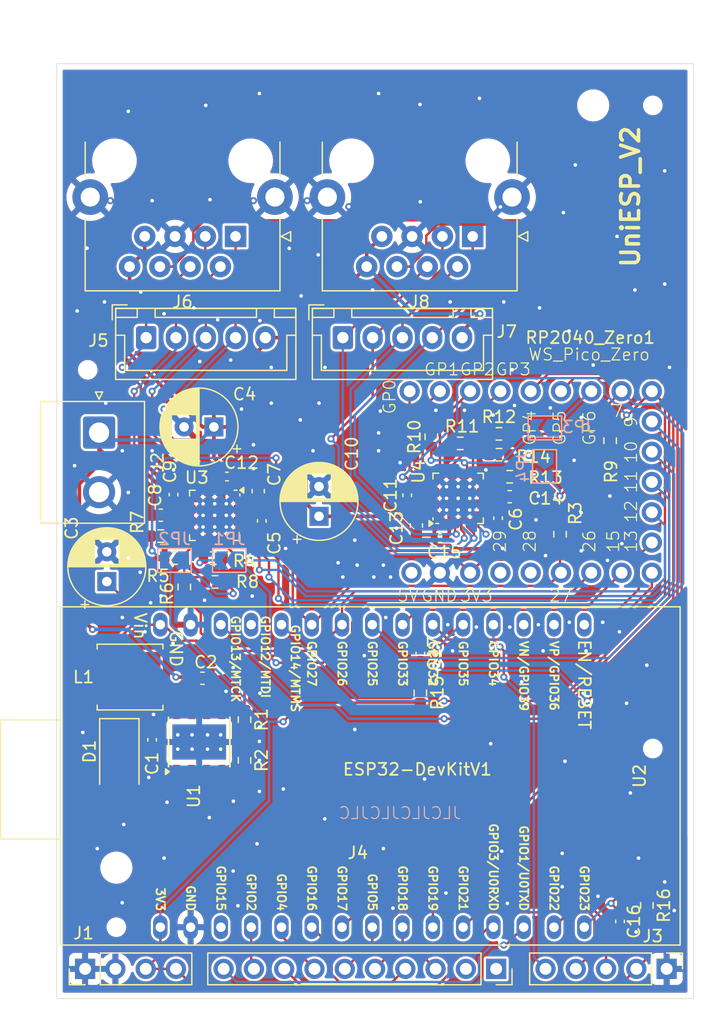
<source format=kicad_pcb>
(kicad_pcb (version 20240108) (generator "pcbnew") (generator_version "8.0")
  (layers (0 "F.Cu" signal) (31 "B.Cu" signal) (34 "B.Paste" user) (35 "F.Paste" user) (36 "B.SilkS" user "B.Silkscreen") (37 "F.SilkS" user "F.Silkscreen") (38 "B.Mask" user) (39 "F.Mask" user) (44 "Edge.Cuts" user))
  (net 0 "")
  (net 1 "+12V")
  (net 2 "GND")
  (net 3 "+5V")
  (net 4 "Net-(J3-Pin_3)")
  (net 5 "Net-(J4-Pin_8)")
  (net 6 "Net-(J3-Pin_5)")
  (net 9 "Net-(D1-K)")
  (net 10 "Net-(U1-BOOT)")
  (net 11 "Net-(U4-CPH)")
  (net 12 "Net-(U4-CPL)")
  (net 13 "Net-(U4-VCP)")
  (net 14 "Net-(JP3-A)")
  (net 15 "+3V3")
  (net 16 "Net-(U4-DVDD)")
  (net 17 "Net-(U3-CPH)")
  (net 18 "Net-(U3-CPL)")
  (net 19 "Net-(U3-VCP)")
  (net 20 "Net-(U3-DVDD)")
  (net 21 "Net-(J4-Pin_9)")
  (net 22 "Net-(J4-Pin_10)")
  (net 25 "Net-(JP1-A)")
  (net 26 "Net-(J3-Pin_4)")
  (net 27 "Net-(JP4-A)")
  (net 28 "Net-(J4-Pin_7)")
  (net 29 "Net-(U3-FAULT)")
  (net 30 "Net-(RP2040_Zero1-GP9)")
  (net 31 "Net-(RP2040_Zero1-GP0)")
  (net 32 "Net-(RP2040_Zero1-GP10)")
  (net 33 "Net-(RP2040_Zero1-GP12)")
  (net 34 "Net-(RP2040_Zero1-GP11)")
  (net 35 "Net-(RP2040_Zero1-GP1)")
  (net 36 "Net-(RP2040_Zero1-GP2)")
  (net 37 "Net-(RP2040_Zero1-GP3)")
  (net 38 "Net-(J4-Pin_6)")
  (net 39 "Net-(J4-Pin_4)")
  (net 42 "Net-(JP2-A)")
  (net 43 "Net-(J5-Pin_1)")
  (net 45 "Net-(J4-Pin_5)")
  (net 46 "Net-(J5-Pin_3)")
  (net 47 "Net-(J5-Pin_4)")
  (net 48 "Net-(J4-Pin_3)")
  (net 49 "Net-(J5-Pin_2)")
  (net 50 "Net-(J7-Pin_1)")
  (net 51 "Net-(J7-Pin_3)")
  (net 52 "Net-(J7-Pin_2)")
  (net 53 "Net-(J7-Pin_4)")
  (net 54 "Net-(JP1-B)")
  (net 55 "Net-(JP3-B)")
  (net 56 "Net-(U1-VSENSE)")
  (net 57 "Net-(U3-VREF12)")
  (net 58 "Net-(U4-VREF12)")
  (net 59 "Net-(U4-FAULT)")
  (net 68 "Net-(RP2040_Zero1-GP27)")
  (net 69 "Net-(RP2040_Zero1-GP26)")
  (net 70 "Net-(RP2040_Zero1-GP8)")
  (net 71 "Net-(RP2040_Zero1-GP7)")
  (net 72 "Net-(RP2040_Zero1-GP4)")
  (net 73 "Net-(RP2040_Zero1-GP14)")
  (net 74 "Net-(RP2040_Zero1-GP5)")
  (net 75 "Net-(RP2040_Zero1-GP13)")
  (net 78 "PEC2")
  (net 79 "PEC1")
  (footprint "Inductor_SMD:L_Changjiang_FNR5040S" (layer "F.Cu") (at 76.15 83 180)
    (property "Reference" "L1")
    (property "Value" "15uH")
  )
  (footprint "Capacitor_SMD:C_0402_1005Metric" (layer "F.Cu") (at 84.28 66.16 180)
    (property "Reference" "C12")
    (property "Value" "0.01uF")
  )
  (footprint "Capacitor_SMD:C_0402_1005Metric" (layer "F.Cu") (at 78 88.27 -90)
    (property "Reference" "C1")
    (property "Value" "0.01uF")
  )
  (footprint "Custom:JLCPCB_MountingHole" (layer "F.Cu") (at 75 104)
    (property "Reference" "H1" (hide yes))
    (property "Value" "MountingHole")
  )
  (footprint "MountingHole:MountingHole_2.2mm_M2" (layer "F.Cu") (at 75 99)
    (property "Reference" "H4" (hide yes))
    (property "Value" "MountingHole")
  )
  (footprint "Capacitor_THT:CP_Radial_D6.3mm_P2.50mm" (layer "F.Cu") (at 74.2 74.98238 90)
    (property "Reference" "C3")
    (property "Value" "220uF")
  )
  (footprint "Connector_JST:JST_NV_B02P-NV_1x02_P5.00mm_Vertical" (layer "F.Cu") (at 73.55 62.4725 -90)
    (property "Reference" "J2")
    (property "Value" "12V Input")
  )
  (footprint "Connector_PinHeader_2.54mm:PinHeader_1x05_P2.54mm_Vertical" (layer "F.Cu") (at 121.16 107.5 -90)
    (property "Reference" "J3")
    (property "Value" "RTC conn")
  )
  (footprint "Custom:JLCPCB_MountingHole" (layer "F.Cu") (at 120 89)
    (property "Reference" "H6" (hide yes))
    (property "Value" "MountingHole")
  )
  (footprint "Resistor_SMD:R_0603_1608Metric" (layer "F.Cu") (at 107.095 64.33)
    (property "Reference" "R14")
    (property "Value" "27k")
  )
  (footprint "Resistor_SMD:R_0603_1608Metric" (layer "F.Cu") (at 80.7 75.435 -90)
    (property "Reference" "R6")
    (property "Value" "4.7k")
  )
  (footprint "Capacitor_SMD:C_0603_1608Metric" (layer "F.Cu") (at 107.995 67.855 180)
    (property "Reference" "C14")
    (property "Value" "0.47uF")
  )
  (footprint "Connector_RJ:RJ45_HALO_HFJ11-x2450HRL_Horizontal" (layer "F.Cu") (at 104.89 46 180)
    (property "Reference" "J8")
    (property "Value" "M1_out")
  )
  (footprint "Resistor_SMD:R_0603_1608Metric" (layer "F.Cu") (at 101.42 62.825 -90)
    (property "Reference" "R10")
    (property "Value" "330k")
  )
  (footprint "Resistor_SMD:R_0603_1608Metric" (layer "F.Cu") (at 79.875 73.01)
    (property "Reference" "R5")
    (property "Value" "3k")
  )
  (footprint "Resistor_SMD:R_0603_1608Metric" (layer "F.Cu") (at 83.275 75.01)
    (property "Reference" "R8")
    (property "Value" "27k")
  )
  (footprint "Capacitor_SMD:C_0402_1005Metric" (layer "F.Cu") (at 87.2 69.89 90)
    (property "Reference" "C5")
    (property "Value" "0.022uF")
  )
  (footprint "Resistor_SMD:R_0603_1608Metric" (layer "F.Cu") (at 85.75 86.575 -90)
    (property "Reference" "R1")
    (property "Value" "10k")
  )
  (footprint "Capacitor_SMD:C_0603_1608Metric" (layer "F.Cu") (at 86.9 67.385 90)
    (property "Reference" "C7")
    (property "Value" "0.22uF")
  )
  (footprint "Capacitor_SMD:C_0603_1608Metric" (layer "F.Cu") (at 78.725 69.41 180)
    (property "Reference" "C8")
    (property "Value" "0.47uF")
  )
  (footprint "Connector_PinSocket_2.54mm:PinSocket_1x10_P2.54mm_Vertical" (layer "F.Cu") (at 106.86 107.5 -90)
    (property "Reference" "J4")
    (property "Value" "Extra conn")
  )
  (footprint "Resistor_SMD:R_0603_1608Metric" (layer "F.Cu") (at 85.75 89.99 -90)
    (property "Reference" "R2")
    (property "Value" "3.3k")
  )
  (footprint "Connector_PinHeader_2.54mm:PinHeader_1x04_P2.54mm_Vertical" (layer "F.Cu") (at 72.38 107.5 90)
    (property "Reference" "J1")
    (property "Value" "Power Conn")
  )
  (footprint "Resistor_SMD:R_0603_1608Metric" (layer "F.Cu") (at 83.125 73.01 180)
    (property "Reference" "R4")
    (property "Value" "330k")
  )
  (footprint "Capacitor_SMD:C_0402_1005Metric" (layer "F.Cu") (at 79.8 67.68 90)
    (property "Reference" "C9")
    (property "Value" "0.01uF")
  )
  (footprint "Capacitor_THT:CP_Radial_D6.3mm_P2.50mm" (layer "F.Cu") (at 92 69.5 90)
    (property "Reference" "C10")
    (property "Value" "100uF")
  )
  (footprint "MountingHole:MountingHole_2.2mm_M2" (layer "F.Cu") (at 115 35)
    (property "Reference" "H5" (hide yes))
    (property "Value" "MountingHole")
  )
  (footprint "Resistor_SMD:R_0603_1608Metric" (layer "F.Cu") (at 119.5 102.175 -90)
    (property "Reference" "R16")
    (property "Value" "47k")
  )
  (footprint "Resistor_SMD:R_0603_1608Metric" (layer "F.Cu") (at 78.725 71.16 180)
    (property "Reference" "R7")
    (property "Value" "10k")
  )
  (footprint "Connector_JST:JST_XH_B5B-XH-A_1x05_P2.50mm_Vertical" (layer "F.Cu") (at 77.5 54.5)
    (property "Reference" "J5")
    (property "Value" "Motor2_Output")
  )
  (footprint "Capacitor_SMD:C_0603_1608Metric" (layer "F.Cu") (at 82.225 83.1)
    (property "Reference" "C2")
    (property "Value" "10uF")
  )
  (footprint "Resistor_SMD:R_0603_1608Metric" (layer "F.Cu") (at 116.42 63.155 -90)
    (property "Reference" "R9")
    (property "Value" "47k")
  )
  (footprint "Capacitor_THT:CP_Radial_D6.3mm_P2.50mm" (layer "F.Cu") (at 83.18238 62 180)
    (property "Reference" "C4")
    (property "Value" "100uF")
  )
  (footprint "Resistor_SMD:R_0603_1608Metric" (layer "F.Cu") (at 107.995 66.18)
    (property "Reference" "R13")
    (property "Value" "10k")
  )
  (footprint "WaveShare_pico:WS_Pico_Zero_header" (layer "F.Cu") (at 109.76 66.62 90)
    (property "Reference" "RP2040_Zero1")
    (property "Value" "~")
  )
  (footprint "Capacitor_SMD:C_0402_1005Metric" (layer "F.Cu") (at 117.25 103.52 -90)
    (property "Reference" "C16")
    (property "Value" "0.01uF")
  )
  (footprint "Custom:JLCPCB_MountingHole" (layer "F.Cu") (at 72.6 57.2)
    (property "Reference" "H2" (hide yes))
    (property "Value" "MountingHole")
  )
  (footprint "Connector_RJ:RJ45_HALO_HFJ11-x2450HRL_Horizontal" (layer "F.Cu") (at 85 46 180)
    (property "Reference" "J6")
    (property "Value" "M2_out")
  )
  (footprint "Resistor_SMD:R_0603_1608Metric" (layer "F.Cu") (at 112.22 71.005 90)
    (property "Reference" "R3")
    (property "Value" "47k")
  )
  (footprint "Resistor_SMD:R_0603_1608Metric" (layer "F.Cu") (at 100.5 84.325 -90)
    (property "Reference" "R15")
    (property "Value" "47k")
  )
  (footprint "Capacitor_SMD:C_0402_1005Metric" (layer "F.Cu") (at 100.5 81.02 -90)
    (property "Reference" "C17")
    (property "Value" "0.01uF")
  )
  (footprint "Custom:ESP32-DevKitV1" (layer "F.Cu") (at 116.79 78.6 -90)
    (property "Reference" "U2")
    (property "Value" "ESP32-DevKitV1")
  )
  (footprint "Connector_JST:JST_XH_B5B-XH-A_1x05_P2.50mm_Vertical" (layer "F.Cu") (at 94 54.5)
    (property "Reference" "J7")
    (property "Value" "Motor1_Output")
  )
  (footprint "Capacitor_SMD:C_0402_1005Metric" (layer "F.Cu") (at 102.15 71.33)
    (property "Reference" "C15")
    (property "Value" "0.01uF")
  )
  (footprint "Capacitor_SMD:C_0402_1005Metric" (layer "F.Cu") (at 99.4 67.735 -90)
    (property "Reference" "C11")
    (property "Value" "0.022uF")
  )
  (footprint "Capacitor_SMD:C_0402_1005Metric" (layer "F.Cu") (at 107.02 69.66 -90)
    (property "Reference" "C6")
    (property "Value" "0.01uF")
  )
  (footprint "Custom:JLCPCB_MountingHole" (layer "F.Cu") (at 120 35)
    (property "Reference" "H3" (hide yes))
    (property "Value" "MountingHole")
  )
  (footprint "Resistor_SMD:R_0603_1608Metric" (layer "F.Cu") (at 103.845 63.38)
    (property "Reference" "R11")
    (property "Value" "3k")
  )
  (footprint "Capacitor_SMD:C_0603_1608Metric" (layer "F.Cu") (at 100.17 70.275 -90)
    (property "Reference" "C13")
    (property "Value" "0.22uF")
  )
  (footprint "Resistor_SMD:R_0603_1608Metric" (layer "F.Cu") (at 107.095 62.58)
    (property "Reference" "R12")
    (property "Value" "4.7k")
  )
  (footprint "Diode_SMD:D_SMA" (layer "F.Cu") (at 75.25 90 -90)
    (property "Reference" "D1")
    (property "Value" "D")
  )
  (footprint "Custom:VQFN-24-1EP_4x4mm_P0.5mm_EP2.45x2.45mm_BIGThermalVias" (layer "F.Cu") (at 103.67 67.9925 90)
    (property "Reference" "U4")
    (property "Value" "DRV8932")
  )
  (footprint "Package_SO:TI_SO-PowerPAD-8_ThermalVias" (layer "F.Cu") (at 81.95 88.45 90)
    (property "Reference" "U1")
    (property "Value" "TPS5430DDA")
  )
  (footprint "Custom:VQFN-24-1EP_4x4mm_P0.5mm_EP2.45x2.45mm_BIGThermalVias" (layer "F.Cu") (at 83.25 69.4225 -90)
    (property "Reference" "U3")
    (property "Value" "DRV8932")
  )
  (footprint "Jumper:SolderJumper-2_P1.3mm_Open_TrianglePad1.0x1.5mm" (layer "B.Cu") (at 110.945 62.08 180)
    (property "Reference" "JP3")
    (property "Value" "M1_Toff_MCU")
  )
  (footprint "Jumper:SolderJumper-2_P1.3mm_Open_TrianglePad1.0x1.5mm" (layer "B.Cu") (at 84.475 73.2 180)
    (property "Reference" "JP1")
    (property "Value" "M2_Toff_MCU")
  )
  (footprint "Jumper:SolderJumper-2_P1.3mm_Open_TrianglePad1.0x1.5mm" (layer "B.Cu") (at 110.92 65.305 -90)
    (property "Reference" "JP4")
    (property "Value" "M1_Vref_5V")
  )
  (footprint "Jumper:SolderJumper-2_P1.3mm_Open_TrianglePad1.0x1.5mm" (layer "B.Cu") (at 79.875 73.2 180)
    (property "Reference" "JP2")
    (property "Value" "M2_Vref_5V")
  )
  (gr_line (start 123.4 110) (end 70 110) (stroke (width 0.05)) (layer "Edge.Cuts"))
  (gr_line (start 123.4 31.5) (end 123.4 110) (stroke (width 0.05)) (layer "Edge.Cuts"))
  (gr_line (start 70 31.5) (end 123.4 31.5) (stroke (width 0.05)) (layer "Edge.Cuts"))
  (gr_line (start 70 110) (end 70 31.5) (stroke (width 0.05)) (layer "Edge.Cuts"))
  (gr_text "JLCJLCJLCJLC" (at 104 95 0) (layer "B.SilkS") (effects (font (size 1 1) (thickness 0.1)) (justify left bottom mirror)))
  (gr_text "UniESP_V2" (at 119 48.75 90) (layer "F.SilkS") (effects (font (size 1.5 1.5) (thickness 0.3) (bold yes)) (justify left bottom)))
  (segment (start 100.17 71.05) (end 98.62 69.5) (width 0.3) (layer "F.Cu") (net 1))
  (segment (start 74.477501 64.75) (end 76.39 64.75) (width 0.3) (layer "F.Cu") (net 1))
  (segment (start 80 83) (end 81.35 83) (width 0.3) (layer "F.Cu") (net 1))
  (segment (start 90.9 68.4) (end 92 69.5) (width 0.3) (layer "F.Cu") (net 1))
  (segment (start 84.76 67.175) (end 84.5 67.435) (width 0.3) (layer "F.Cu") (net 1))
  (segment (start 82.5 62) (end 83.18238 62) (width 0.3) (layer "F.Cu") (net 1))
  (segment (start 79.8 68.16) (end 80.3125 68.6725) (width 0.3) (layer "F.Cu") (net 1))
  (segment (start 77.38 46) (end 77.38 47.27) (width 0.3) (layer "F.Cu") (net 1))
  (segment (start 101.67 70.73) (end 102.42 69.98) (width 0.3) (layer "F.Cu") (net 1))
  (segment (start 86.9 66.61) (end 85.21 66.61) (width 0.3) (layer "F.Cu") (net 1))
  (segment (start 77.38 47.27) (end 76.11 48.54) (width 0.3) (layer "F.Cu") (net 1))
  (segment (start 76.11 48.54) (end 76.11 55.871985) (width 0.3) (layer "F.Cu") (net 1))
  (segment (start 82.238015 62) (end 83.18238 62) (width 0.3) (layer "F.Cu") (net 1))
  (segment (start 101.39 71.05) (end 101.67 71.33) (width 0.3) (layer "F.Cu") (net 1))
  (segment (start 96 48.54) (end 96 47.27) (width 0.3) (layer "F.Cu") (net 1))
  (segment (start 71.9 66.789047) (end 71.9 77.9) (width 0.3) (layer "F.Cu") (net 1))
  (segment (start 101.94 71.94) (end 102.945686 71.94) (width 0.3) (layer "F.Cu") (net 1))
  (segment (start 104 54.5) (end 104 54) (width 0.3) (layer "F.Cu") (net 1))
  (segment (start 103.24 72.234315) (end 106.265685 72.234315) (width 0.3) (layer "F.Cu") (net 1))
  (segment (start 87.5 54.5) (end 90.04 54.5) (width 0.3) (layer "F.Cu") (net 1))
  (segment (start 76.39 64.75) (end 79.8 68.16) (width 0.3) (layer "F.Cu") (net 1))
  (segment (start 107.63 69.79) (end 107.02 69.18) (width 0.3) (layer "F.Cu") (net 1))
  (segment (start 81.35 83) (end 81.45 83.1) (width 0.3) (layer "F.Cu") (net 1))
  (segment (start 73.55 62.4725) (end 73.55 63.822499) (width 0.3) (layer "F.Cu") (net 1))
  (segment (start 107.02 69.18) (end 106.5825 68.7425) (width 0.3) (layer "F.Cu") (net 1))
  (segment (start 84.76 66.16) (end 84.76 67.175) (width 0.3) (layer "F.Cu") (net 1))
  (segment (start 102.945686 71.94) (end 103.24 72.234315) (width 0.3) (layer "F.Cu") (net 1))
  (segment (start 107.63 70.87) (end 107.63 69.79) (width 0.3) (layer "F.Cu") (net 1))
  (segment (start 100.17 71.05) (end 101.39 71.05) (width 0.3) (layer "F.Cu") (net 1))
  (segment (start 86.648529 62) (end 90.9 66.251471) (width 0.3) (layer "F.Cu") (net 1))
  (segment (start 73.55 63.822499) (end 74.477501 64.75) (width 0.3) (layer "F.Cu") (net 1))
  (segment (start 96 47.27) (end 97.27 46) (width 0.3) (layer "F.Cu") (net 1))
  (segment (start 90.9 66.251471) (end 90.9 68.4) (width 0.3) (layer "F.Cu") (net 1))
  (segment (start 106.5825 68.7425) (end 105.6575 68.7425) (width 0.3) (layer "F.Cu") (net 1))
  (segment (start 83.18238 64.58238) (end 84.76 66.16) (width 0.3) (layer "F.Cu") (net 1))
  (segment (start 81.45 85.615) (end 81.315 85.75) (width 0.3) (layer "F.Cu") (net 1))
  (segment (start 106.265685 72.234315) (end 107.63 70.87) (width 0.3) (layer "F.Cu") (net 1))
  (segment (start 83.18238 62) (end 86.648529 62) (width 0.3) (layer "F.Cu") (net 1))
  (segment (start 71.9 77.9) (end 72.25 78.25) (width 0.3) (layer "F.Cu") (net 1))
  (segment (start 101.67 71.67) (end 101.94 71.94) (width 0.3) (layer "F.Cu") (net 1))
  (segment (start 73.55 65.139047) (end 71.9 66.789047) (width 0.3) (layer "F.Cu") (net 1))
  (segment (start 87.5 55) (end 83.18238 59.31762) (width 0.3) (layer "F.Cu") (net 1))
  (segment (start 101.67 71.33) (end 101.67 70.73) (width 0.3) (layer "F.Cu") (net 1))
  (segment (start 83.18238 62) (end 83.18238 64.58238) (width 0.3) (layer "F.Cu") (net 1))
  (segment (start 72.125 78.125) (end 73 79) (width 0.3) (layer "F.Cu") (net 1))
  (segment (start 92 69.5) (end 98.62 69.5) (width 0.3) (layer "F.Cu") (net 1))
  (segment (start 73.55 62.4725) (end 73.55 65.139047) (width 0.3) (layer "F.Cu") (net 1))
  (segment (start 87.5 54.5) (end 87.5 55) (width 0.3) (layer "F.Cu") (net 1))
  (segment (start 85.21 66.61) (end 84.76 66.16) (width 0.3) (layer "F.Cu") (net 1))
  (segment (start 101.67 71.33) (end 101.67 71.67) (width 0.3) (layer "F.Cu") (net 1))
  (segment (start 104 54) (end 105.5 52.5) (width 0.3) (layer "F.Cu") (net 1))
  (segment (start 83.18238 59.31762) (end 83.18238 62) (width 0.3) (layer "F.Cu") (net 1))
  (segment (start 80.3125 68.6725) (end 81.2625 68.6725) (width 0.3) (layer "F.Cu") (net 1))
  (segment (start 81.45 83.1) (end 81.45 85.615) (width 0.3) (layer "F.Cu") (net 1))
  (segment (start 90.04 54.5) (end 96 48.54) (width 0.3) (layer "F.Cu") (net 1))
  (segment (start 76.11 55.871985) (end 82.238015 62) (width 0.3) (layer "F.Cu") (net 1))
  (via (at 80 83) (size 0.6) (drill 0.3) (layers "F.Cu" "B.Cu") (net 1))
  (via (at 73 79) (size 0.6) (drill 0.3) (layers "F.Cu" "B.Cu") (net 1))
  (via (at 105.5 52.5) (size 0.6) (drill 0.3) (layers "F.Cu" "B.Cu") (net 1))
  (segment (start 99.96 52.5) (end 96 48.54) (width 0.3) (layer "B.Cu") (net 1))
  (segment (start 73.55 62.4725) (end 74.1775 63.1) (width 0.3) (layer "B.Cu") (net 1))
  (segment (start 76 79) (end 80 83) (width 0.3) (layer "B.Cu") (net 1))
  (segment (start 82.08238 63.1) (end 83.18238 62) (width 0.3) (layer "B.Cu") (net 1))
  (segment (start 105.5 52.5) (end 99.96 52.5) (width 0.3) (layer "B.Cu") (net 1))
  (segment (start 74.1775 63.1) (end 82.08238 63.1) (width 0.3) (layer "B.Cu") (net 1))
  (segment (start 73 79) (end 76 79) (width 0.3) (layer "B.Cu") (net 1))
  (segment (start 74.92 107.5) (end 72.38 107.5) (width 0.3) (layer "F.Cu") (net 2))
  (segment (start 102.92 71.04) (end 102.92 69.98) (width 0.3) (layer "F.Cu") (net 2))
  (segment (start 106.8325 68.2425) (end 105.6575 68.2425) (width 0.3) (layer "F.Cu") (net 2))
  (segment (start 107.02 70.14) (end 106.555 70.14) (width 0.3) (layer "F.Cu") (net 2))
  (segment (start 105.6575 69.2425) (end 104.92 69.2425) (width 0.3) (layer "F.Cu") (net 2))
  (segment (start 84 67.435) (end 84 68.2225) (width 0.3) (layer "F.Cu") (net 2))
  (segment (start 82 68.1725) (end 82.275 68.4475) (width 0.3) (layer "F.Cu") (net 2))
  (segment (start 84 68.2225) (end 84.225 68.4475) (width 0.3) (layer "F.Cu") (net 2))
  (segment (start 106.555 70.14) (end 105.6575 69.2425) (width 0.3) (layer "F.Cu") (net 2))
  (segment (start 107.22 67.855) (end 106.8325 68.2425) (width 0.3) (layer "F.Cu") (net 2))
  (segment (start 102.92 69.1925) (end 102.695 68.9675) (width 0.3) (layer "F.Cu") (net 2))
  (segment (start 83.8 66.16) (end 84 66.36) (width 0.3) (layer "F.Cu") (net 2))
  (segment (start 84 66.36) (end 84 67.435) (width 0.3) (layer "F.Cu") (net 2))
  (segment (start 102.63 71.33) (end 102.92 71.04) (width 0.3) (layer "F.Cu") (net 2))
  (segment (start 105.6575 68.2425) (end 104.895 68.2425) (width 0.3) (layer "F.Cu") (net 2))
  (segment (start 81.2625 68.1725) (end 82 68.1725) (width 0.3) (layer "F.Cu") (net 2))
  (segment (start 102.92 69.98) (end 102.92 69.1925) (width 0.3) (layer "F.Cu") (net 2))
  (segment (start 80.29 67.2) (end 81.2625 68.1725) (width 0.3) (layer "F.Cu") (net 2))
  (segment (start 79.8 67.2) (end 80.29 67.2) (width 0.3) (layer "F.Cu") (net 2))
  (segment (start 104.895 68.2425) (end 104.645 67.9925) (width 0.3) (layer "F.Cu") (net 2))
  (segment (start 104.92 69.2425) (end 104.645 68.9675) (width 0.3) (layer "F.Cu") (net 2))
  (via (at 81.5 52) (size 0.6) (drill 0.3) (layers "F.Cu" "B.Cu") (net 2))
  (via (at 106.6 61) (size 0.6) (drill 0.3) (layers "F.Cu" "B.Cu") (net 2))
  (via (at 74 51.5) (size 0.6) (drill 0.3) (layers "F.Cu" "B.Cu") (net 2))
  (via (at 91 43) (size 0.6) (drill 0.3) (layers "F.Cu" "B.Cu") (net 2))
  (via (at 107.4 72.2) (size 0.6) (drill 0.3) (layers "F.Cu" "B.Cu") (net 2))
  (via (at 74.108002 60.001068) (size 0.6) (drill 0.3) (layers "F.Cu" "B.Cu") (net 2))
  (via (at 98.2 102.4) (size 0.6) (drill 0.3) (layers "F.Cu" "B.Cu") (net 2))
  (via (at 89.2 72.2) (size 0.6) (drill 0.3) (layers "F.Cu" "B.Cu") (net 2))
  (via (at 111.4 60.4) (size 0.6) (drill 0.3) (layers "F.Cu" "B.Cu") (net 2))
  (via (at 97.4 97.4) (size 0.6) (drill 0.3) (layers "F.Cu" "B.Cu") (net 2))
  (via (at 110.2 69.8) (size 0.6) (drill 0.3) (layers "F.Cu" "B.Cu") (net 2))
  (via (at 117.8 85.2) (size 0.6) (drill 0.3) (layers "F.Cu" "B.Cu") (net 2))
  (via (at 112.4 100.6) (size 0.6) (drill 0.3) (layers "F.Cu" "B.Cu") (net 2))
  (via (at 109 83.4) (size 0.6) (drill 0.3) (layers "F.Cu" "B.Cu") (net 2))
  (via (at 119.5 82) (size 0.6) (drill 0.3) (layers "F.Cu" "B.Cu") (net 2))
  (via (at 106 65.6) (size 0.6) (drill 0.3) (layers "F.Cu" "B.Cu") (net 2))
  (via (at 94 74.6) (size 0.6) (drill 0.3) (layers "F.Cu" "B.Cu") (net 2))
  (via (at 78.11912 86.13543) (size 0.6) (drill 0.3) (layers "F.Cu" "B.Cu") (net 2))
  (via (at 79 52.5) (size 0.6) (drill 0.3) (layers "F.Cu" "B.Cu") (net 2))
  (via (at 97 34) (size 0.6) (drill 0.3) (layers "F.Cu" "B.Cu") (net 2))
  (via (at 118.8 98.2) (size 0.6) (drill 0.3) (layers "F.Cu" "B.Cu") (net 2))
  (via (at 113.4 64.8) (size 0.6) (drill 0.3) (layers "F.Cu" "B.Cu") (net 2))
  (via (at 84.59154 56.383401) (size 0.6) (drill 0.3) (layers "F.Cu" "B.Cu") (net 2))
  (via (at 82.855103 42.917946) (size 0.6) (drill 0.3) (layers "F.Cu" "B.Cu") (net 2))
  (via (at 96.6 74.6) (size 0.6) (drill 0.3) (layers "F.Cu" "B.Cu") (net 2))
  (via (at 84.8 82.2) (size 0.6) (drill 0.3) (layers "F.Cu" "B.Cu") (net 2))
  (via (at 77 74.2) (size 0.6) (drill 0.3) (layers "F.Cu" "B.Cu") (net 2))
  (via (at 103 51.5) (size 0.6) (drill 0.3) (layers "F.Cu" "B.Cu") (net 2))
  (via (at 110.4 67.8) (size 0.6) (drill 0.3) (layers "F.Cu" "B.Cu") (net 2))
  (via (at 116.4 67.8) (size 0.6) (drill 0.3) (layers "F.Cu" "B.Cu") (net 2))
  (via (at 114 61.2) (size 0.6) (drill 0.3) (layers "F.Cu" "B.Cu") (net 2))
  (via (at 115.8 78.4) (size 0.6) (drill 0.3) (layers "F.Cu" "B.Cu") (net 2))
  (via (at 72.187283 87.648831) (size 0.6) (drill 0.3) (layers "F.Cu" "B.Cu") (net 2))
  (via (at 98 74.6) (size 0.6) (drill 0.3) (layers "F.Cu" "B.Cu") (net 2))
  (via (at 88 57) (size 0.6) (drill 0.3) (layers "F.Cu" "B.Cu") (net 2))
  (via (at 92 60) (size 0.6) (drill 0.3) (layers "F.Cu" "B.Cu") (net 2))
  (via (at 121.4 57) (size 0.6) (drill 0.3) (layers "F.Cu" "B.Cu") (net 2))
  (via (at 112.5 44) (size 0.6) (drill 0.3) (layers "F.Cu" "B.Cu") (net 2))
  (via (at 86.5 63.5) (size 0.6) (drill 0.3) (layers "F.Cu" "B.Cu") (net 2))
  (via (at 105.2 78.8) (size 0.6) (drill 0.3) (layers "F.Cu" "B.Cu") (net 2))
  (via (at 75.61418 95.372396) (size 0.6) (drill 0.3) (layers "F.Cu" "B.Cu") (net 2))
  (via (at 121 40.5) (size 0.6) (drill 0.3) (layers "F.Cu" "B.Cu") (net 2))
  (via (at 83.5 53) (size 0.6) (drill 0.3) (layers "F.Cu" "B.Cu") (net 2))
  (via (at 102.8 78.6) (size 0.6) (drill 0.3) (layers "F.Cu" "B.Cu") (net 2))
  (via (at 114 72.4) (size 0.6) (drill 0.3) (layers "F.Cu" "B.Cu") (net 2))
  (via (at 85.2 102.2) (size 0.6) (drill 0.3) (layers "F.Cu" "B.Cu") (net 2))
  (via (at 102.646656 101.130278) (size 0.6) (drill 0.3) (layers "F.Cu" "B.Cu") (net 2))
  (via (at 93.6 73.4) (size 0.6) (drill 0.3) (layers "F.Cu" "B.Cu") (net 2))
  (via (at 89.5 47) (size 0.6) (drill 0.3) (layers "F.Cu" "B.Cu") (net 2))
  (via (at 117.2 79.2) (size 0.6) (drill 0.3) (layers "F.Cu" "B.Cu") (net 2))
  (via (at 74.5 43) (size 0.6) (drill 0.3) (layers "F.Cu" "B.Cu") (net 2))
  (via (at 107.5 51.5) (size 0.6) (drill 0.3) (layers "F.Cu" "B.Cu") (net 2))
  (via (at 111 72.8) (size 0.6) (drill 0.3) (layers "F.Cu" "B.Cu") (net 2))
  (via (at 86.5 65.5) (size 0.6) (drill 0.3) (layers "F.Cu" "B.Cu") (net 2))
  (via (at 87 90) (size 0.6) (drill 0.3) (layers "F.Cu" "B.Cu") (net 2))
  (via (at 105.462567 34.411252) (size 0.6) (drill 0.3) (layers "F.Cu" "B.Cu") (net 2))
  (via (at 97.6 78) (size 0.6) (drill 0.3) (layers "F.Cu" "B.Cu") (net 2))
  (via (at 87 34) (size 0.6) (drill 0.3) (layers "F.Cu" "B.Cu") (net 2))
  (via (at 87 87.2) (size 0.6) (drill 0.3) (layers "F.Cu" "B.Cu") (net 2))
  (via (at 108.2 57.2) (size 0.6) (drill 0.3) (layers "F.Cu" "B.Cu") (net 2))
  (via (at 71.5 65.25) (size 0.6) (drill 0.3) (layers "F.Cu" "B.Cu") (net 2))
  (via (at 77.4 79.2) (size 0.6) (drill 0.3) (layers "F.Cu" "B.Cu") (net 2))
  (via (at 112.631625 90.066794) (size 0.6) (drill 0.3) (layers "F.Cu" "B.Cu") (net 2))
  (via (at 121 100.2) (size 0.6) (drill 0.3) (layers "F.Cu" "B.Cu") (net 2))
  (via (at 84.816355 93.424109) (size 0.6) (drill 0.3) (layers "F.Cu" "B.Cu") (net 2))
  (via (at 98.5 70.5) (size 0.6) (drill 0.3) (layers "F.Cu" "B.Cu") (net 2))
  (via (at 95.2 73.6) (size 0.6) (drill 0.3) (layers "F.Cu" "B.Cu") (net 2))
  (via (at 82.399243 76.547515) (size 0.6) (drill 0.3) (layers "F.Cu" "B.Cu") (net 2))
  (via (at 116.2 73.2) (size 0.6) (drill 0.3) (layers "F.Cu" "B.Cu") (net 2))
  (via (at 101.8 60.6) (size 0.6) (drill 0.3) (layers "F.Cu" "B.Cu") (net 2))
  (via (at 100.469507 34.919805) (size 0.6) (drill 0.3) (layers "F.Cu" "B.Cu") (net 2))
  (via (at 115.4 101.4) (size 0.6) (drill 0.3) (layers "F.Cu" "B.Cu") (net 2))
  (via (at 96.5 50.5) (size 0.6) (drill 0.3) (layers "F.Cu" "B.Cu") (net 2))
  (via (at 87.039238 53.07362) (size 0.6) (drill 0.3) (layers "F.Cu" "B.Cu") (net 2))
  (via (at 86.5 43) (size 0.6) (drill 0.3) (layers "F.Cu" "B.Cu") (net 2))
  (via (at 75.5 64) (size 0.6) (drill 0.3) (layers "F.Cu" "B.Cu") (net 2))
  (via (at 77.719025 91.423636) (size 0.6) (drill 0.3) (layers "F.Cu" "B.Cu") (net 2))
  (via (at 121.8 102.6) (size 0.6) (drill 0.3) (layers "F.Cu" "B.Cu") (net 2))
  (via (at 108 78.8) (size 0.6) (drill 0.3) (layers "F.Cu" "B.Cu") (net 2))
  (via (at 108.4 60.2) (size 0.6) (drill 0.3) (layers "F.Cu" "B.Cu") (net 2))
  (via (at 100.496447 43.092546) (size 0.6) (drill 0.3) (layers "F.Cu" "B.Cu") (net 2))
  (via (at 86.8 97) (size 0.6) (drill 0.3) (layers "F.Cu" "B.Cu") (net 2))
  (via (at 79 98.2) (size 0.6) (drill 0.3) (layers "F.Cu" "B.Cu") (net 2))
  (via (at 113.5 40) (size 0.6) (drill 0.3) (layers "F.Cu" "B.Cu") (net 2))
  (via (at 110.4 78.6) (size 0.6) (drill 0.3) (layers "F.Cu" "B.Cu") (net 2))
  (via (at 91.5 64) (size 0.6) (drill 0.3) (layers "F.Cu" "B.Cu") (net 2))
  (via (at 87 88.4) (size 0.6) (drill 0.3) (layers "F.Cu" "B.Cu") (net 2))
  (via (at 82 56.5) (size 0.6) (drill 0.3) (layers "F.Cu" "B.Cu") (net 2))
  (via (at 97 64) (size 0.6) (drill 0.3) (layers "F.Cu" "B.Cu") (net 2))
  (via (at 112.979096 53.941663) (size 0.6) (drill 0.3) (layers "F.Cu" "B.Cu") (net 2))
  (via (at 76 67.5) (size 0.6) (drill 0.3) (layers "F.Cu" "B.Cu") (net 2))
  (via (at 89 92.4) (size 0.6) (drill 0.3) (layers "F.Cu" "B.Cu") (net 2))
  (via (at 73.4 97.4) (size 0.6) (drill 0.3) (layers "F.Cu" "B.Cu") (net 2))
  (via (at 82.8 94.8) (size 0.6) (drill 0.3) (layers "F.Cu" "B.Cu") (net 2))
  (via (at 78 43) (size 0.6) (drill 0.3) (layers "F.Cu" "B.Cu") (net 2))
  (via (at 78.745355 76.185252) (size 0.6) (drill 0.3) (layers "F.Cu" "B.Cu") (net 2))
  (via (at 90.5 51) (size 0.6) (drill 0.3) (layers "F.Cu" "B.Cu") (net 2))
  (via (at 87 92.6) (size 0.6) (drill 0.3) (layers "F.Cu" "B.Cu") (net 2))
  (via (at 75.5 78) (size 0.6) (drill 0.3) (layers "F.Cu" "B.Cu") (net 2))
  (via (at 107.215502 43.524045) (size 0.6) (drill 0.3) (layers "F.Cu" "B.Cu") (net 2))
  (via (at 78 64) (size 0.6) (drill 0.3) (layers "F.Cu" "B.Cu") (net 2))
  (via (at 95 87.4) (size 0.6) (drill 0.3) (layers "F.Cu" "B.Cu") (net 2))
  (via (at 97.4 73.6) (size 0.6) (drill 0.3) (layers "F.Cu" "B.Cu") (net 2))
  (via (at 117 46) (size 0.6) (drill 0.3) (layers "F.Cu" "B.Cu") (net 2))
  (via (at 92.487733 94.90272) (size 0.6) (drill 0.3) (layers "F.Cu" "B.Cu") (net 2))
  (via (at 106.4 88.6) (size 0.6) (drill 0.3) (layers "F.Cu" "B.Cu") (net 2))
  (via (at 71.713183 52.256817) (size 0.6) (drill 0.3) (layers "F.Cu" "B.Cu") (net 2))
  (via (at 114 69.2) (size 0.6) (drill 0.3) (layers "F.Cu" "B.Cu") (net 2))
  (via (at 110.8 80.8) (size 0.6) (drill 0.3) (layers "F.Cu" "B.Cu") (net 2))
  (via (at 88 60) (size 0.6) (drill 0.3) (layers "F.Cu" "B.Cu") (net 2))
  (via (at 79.8 65.6) (size 0.6) (drill 0.3) (layers "F.Cu" "B.Cu") (net 2))
  (via (at 95 71.5) (size 0.6) (drill 0.3) (layers "F.Cu" "B.Cu") (net 2))
  (via (at 121 50) (size 0.6) (drill 0.3) (layers "F.Cu" "B.Cu") (net 2))
  (via (at 100.855023 91.55481) (size 0.6) (drill 0.3) (layers "F.Cu" "B.Cu") (net 2))
  (via (at 107.8 102) (size 0.6) (drill 0.3) (layers "F.Cu" "B.Cu") (net 2))
  (via (at 113 78.4) (size 0.6) (drill 0.3) (layers "F.Cu" "B.Cu") (net 2))
  (via (at 91.934634 47.547056) (size 0.6) (drill 0.3) (layers "F.Cu" "B.Cu") (net 2))
  (via (at 76 35.5) (size 0.6) (drill 0.3) (layers "F.Cu" "B.Cu") (net 2))
  (via (at 97.145685 60.669108) (size 0.6) (drill 0.3) (layers "F.Cu" "B.Cu") (net 2))
  (via (at 79.754289 80.168802) (size 0.6) (drill 0.3) (layers "F.Cu" "B.Cu") (net 2))
  (via (at 97 62.5) (size 0.6) (drill 0.3) (layers "F.Cu" "B.Cu") (net 2))
  (via (at 92.5 57) (size 0.6) (drill 0.3) (layers "F.Cu" "B.Cu") (net 2))
  (via (at 104.2 60.6) (size 0.6) (drill 0.3) (layers "F.Cu" "B.Cu") (net 2))
  (via (at 85.5 60.5) (size 0.6) (drill 0.3) (layers "F.Cu" "B.Cu") (net 2))
  (via (at 79.249822 93.511086) (size 0.6) (drill 0.3) (layers "F.Cu" "B.Cu") (net 2))
  (via (at 110.5 52) (size 0.6) (drill 0.3) (layers "F.Cu" "B.Cu") (net 2))
  (via (at 115 56.8) (size 0.6) (drill 0.3) (layers "F.Cu" "B.Cu") (net 2))
  (via (at 106.444307 80.591444) (size 0.6) (drill 0.3) (layers "F.Cu" "B.Cu") (net 2))
  (via (at 77.875584 76.759301) (size 0.6) (drill 0.3) (layers "F.Cu" "B.Cu") (net 2))
  (via (at 87.042968 84.361097) (size 0.6) (drill 0.3) (layers "F.Cu" "B.Cu") (net 2))
  (via (at 114.4 80.8) (size 0.6) (drill 0.3) (layers "F.Cu" "B.Cu") (net 2))
  (via (at 72.54536 46.986365) (size 0.6) (drill 0.3) (layers "F.Cu" "B.Cu") (net 2))
  (via (at 98.8 65) (size 0.6) (drill 0.3) (layers "F.Cu" "B.Cu") (net 2))
  (via (at 112.4 97.8) (size 0.6) (drill 0.3) (layers "F.Cu" "B.Cu") (net 2))
  (via (at 103.2 80.8) (size 0.6) (drill 0.3) (layers "F.Cu" "B.Cu") (net 2))
  (via (at 118.6 104.4) (size 0.6) (drill 0.3) (layers "F.Cu" "B.Cu") (net 2))
  (via (at 75.492412 101.947863) (size 0.6) (drill 0.3) (layers "F.Cu" "B.Cu") (net 2))
  (via (at 95.8 81.2) (size 0.6) (drill 0.3) (layers "F.Cu" "B.Cu") (net 2))
  (via (at 84.2 84.2) (size 0.6) (drill 0.3) (layers "F.Cu" "B.Cu") (net 2))
  (via (at 118.5 50.5) (size 0.6) (drill 0.3) (layers "F.Cu" "B.Cu") (net 2))
  (via (at 94.5 43.5) (size 0.6) (drill 0.3) (layers "F.Cu" "B.Cu") (net 2))
  (via (at 117.4 71.8) (size 0.6) (drill 0.3) (layers "F.Cu" "B.Cu") (net 2))
  (via (at 82.5 35) (size 0.6) (drill 0.3) (layers "F.Cu" "B.Cu") (net 2))
  (via (at 118.115624 92.729001) (size 0.6) (drill 0.3) (layers "F.Cu" "B.Cu") (net 2))
  (via (at 76 73) (size 0.6) (drill 0.3) (layers "F.Cu" "B.Cu") (net 2))
  (via (at 77.048319 50.672105) (size 0.6) (drill 0.3) (layers "F.Cu" "B.Cu") (net 2))
  (via (at 84.798959 99.286364) (size 0.6) (drill 0.3) (layers "F.Cu" "B.Cu") (net 2))
  (via (at 107.326023 97.616404) (size 0.6) (drill 0.3) (layers "F.Cu" "B.Cu") (net 2))
  (via (at 90.437156 61.410759) (size 0.6) (drill 0.3) (layers "F.Cu" "B.Cu") (net 2))
  (via (at 86.4 76.2) (size 0.6) (drill 0.3) (layers "F.Cu" "B.Cu") (net 2))
  (segment (start 74.3 80.7) (end 76.4 78.6) (width 0.2) (layer "F.Cu") (net 3))
  (segment (start 85.75 83.927818) (end 81.763166 79.940984) (width 0.2) (layer "F.Cu") (net 3))
  (segment (start 78.963305 78.6) (end 78.69 78.6) (width 0.2) (layer "F.Cu") (net 3))
  (segment (start 81.763166 79.940984) (end 80.304289 79.940984) (width 0.2) (layer "F.Cu") (net 3))
  (segment (start 77.81762 78.6) (end 74.2 74.98238) (width 0.2) (layer "F.Cu") (net 3))
  (segment (start 76.4 78.6) (end 78.69 78.6) (width 0.2) (layer "F.Cu") (net 3))
  (segment (start 80.304289 79.940984) (end 78.963305 78.6) (width 0.2) (layer "F.Cu") (net 3))
  (segment (start 85.75 85.75) (end 85.75 83.927818) (width 0.2) (layer "F.Cu") (net 3))
  (segment (start 78.69 78.6) (end 77.81762 78.6) (width 0.2) (layer "F.Cu") (net 3))
  (segment (start 74.3 83) (end 74.3 80.7) (width 0.2) (layer "F.Cu") (net 3))
  (segment (start 116.08 103.58) (end 116.08 107.5) (width 0.2) (layer "F.Cu") (net 4))
  (segment (start 104.09 104) (end 105.34 102.75) (width 0.2) (layer "F.Cu") (net 4))
  (segment (start 105.34 102.75) (end 111.357918 102.75) (width 0.2) (layer "F.Cu") (net 4))
  (segment (start 114.9 102.4) (end 116.08 103.58) (width 0.2) (layer "F.Cu") (net 4))
  (segment (start 111.707918 102.4) (end 114.9 102.4) (width 0.2) (layer "F.Cu") (net 4))
  (segment (start 111.357918 102.75) (end 111.707918 102.4) (width 0.2) (layer "F.Cu") (net 4))
  (segment (start 101.885635 108.95) (end 90.53 108.95) (width 0.2) (layer "F.Cu") (net 5))
  (segment (start 102.88 107.35) (end 102.88 107.955635) (width 0.2) (layer "F.Cu") (net 5))
  (segment (start 102.88 107.955635) (end 101.885635 108.95) (width 0.2) (layer "F.Cu") (net 5))
  (segment (start 106.23 104) (end 102.88 107.35) (width 0.2) (layer "F.Cu") (net 5))
  (segment (start 90.53 108.95) (end 89.08 107.5) (width 0.2) (layer "F.Cu") (net 5))
  (segment (start 106.63 104) (end 106.23 104) (width 0.2) (layer "F.Cu") (net 5))
  (segment (start 107.5 80.785306) (end 107.184356 80.469662) (width 0.2) (layer "F.Cu") (net 6))
  (segment (start 107.5 83) (end 107.5 80.785306) (width 0.2) (layer "F.Cu") (net 6))
  (via (at 107.5 83) (size 0.6) (drill 0.3) (layers "F.Cu" "B.Cu") (net 6))
  (via (at 107.184356 80.469662) (size 0.6) (drill 0.3) (layers "F.Cu" "B.Cu") (net 6))
  (segment (start 111 107.5) (end 110.02 106.52) (width 0.2) (layer "B.Cu") (net 6))
  (segment (start 110.02 85.52) (end 107.5 83) (width 0.2) (layer "B.Cu") (net 6))
  (segment (start 107.184356 80.469662) (end 106.63 79.915306) (width 0.2) (layer "B.Cu") (net 6))
  (segment (start 106.63 79.915306) (end 106.63 78.6) (width 0.2) (layer "B.Cu") (net 6))
  (segment (start 110.02 106.52) (end 110.02 85.52) (width 0.2) (layer "B.Cu") (net 6))
  (segment (start 80.04 85.75) (end 78 87.79) (width 0.2) (layer "F.Cu") (net 9))
  (segment (start 80.045 85.045) (end 80.045 85.75) (width 0.2) (layer "F.Cu") (net 9))
  (segment (start 75.25 88) (end 77.79 88) (width 0.2) (layer "F.Cu") (net 9))
  (segment (start 77.79 88) (end 78 87.79) (width 0.2) (layer "F.Cu") (net 9))
  (segment (start 78 83) (end 80.045 85.045) (width 0.2) (layer "F.Cu") (net 9))
  (segment (start 80.045 85.75) (end 80.04 85.75) (width 0.2) (layer "F.Cu") (net 9))
  (segment (start 78 89.105) (end 80.045 91.15) (width 0.2) (layer "F.Cu") (net 10))
  (segment (start 78 88.75) (end 78 89.105) (width 0.2) (layer "F.Cu") (net 10))
  (segment (start 100.6975 68.7425) (end 101.6825 68.7425) (width 0.2) (layer "F.Cu") (net 11))
  (segment (start 100.17 68.215) (end 99.4 68.215) (width 0.2) (layer "F.Cu") (net 11))
  (segment (start 100.17 68.215) (end 100.6975 68.7425) (width 0.2) (layer "F.Cu") (net 11))
  (segment (start 100.8425 68.2425) (end 99.855 67.255) (width 0.2) (layer "F.Cu") (net 12))
  (segment (start 99.855 67.255) (end 99.4 67.255) (width 0.2) (layer "F.Cu") (net 12))
  (segment (start 101.6825 68.2425) (end 100.8425 68.2425) (width 0.2) (layer "F.Cu") (net 12))
  (segment (start 101.425 69.5) (end 101.6825 69.2425) (width 0.2) (layer "F.Cu") (net 13))
  (segment (start 100.17 69.5) (end 101.425 69.5) (width 0.2) (layer "F.Cu") (net 13))
  (segment (start 114.75 59) (end 114.84 59) (width 0.2) (layer "B.Cu") (net 14))
  (segment (start 111.67 62.08) (end 114.75 59) (width 0.2) (layer "B.Cu") (net 14))
  (segment (start 90.9 72.9) (end 88.4 70.4) (width 0.2) (layer "F.Cu") (net 15))
  (segment (start 119.5 103) (end 119.5 106.62) (width 0.2) (layer "F.Cu") (net 15))
  (segment (start 80 107.5) (end 77.46 107.5) (width 0.2) (layer "F.Cu") (net 15))
  (segment (start 81.8 109.3) (end 80 107.5) (width 0.2) (layer "F.Cu") (net 15))
  (segment (start 77.9 71.16) (end 77.9 72.3) (width 0.2) (layer "F.Cu") (net 15))
  (segment (start 112.22 70.18) (end 112.2 67.8) (width 0.2) (layer "F.Cu") (net 15))
  (segment (start 88.4 70.4) (end 88.4 64.6) (width 0.2) (layer "F.Cu") (net 15))
  (segment (start 112.2 67.8) (end 110.58 66.18) (width 0.2) (layer "F.Cu") (net 15))
  (segment (start 78.69 106.27) (end 78.69 104) (width 0.2) (layer "F.Cu") (net 15))
  (segment (start 112.2 67.8) (end 112.22 67.78) (width 0.2) (layer "F.Cu") (net 15))
  (segment (start 119.5 106.62) (end 118.62 107.5) (width 0.2) (layer "F.Cu") (net 15))
  (segment (start 104.68 74.24) (end 102.84 72.4) (width 0.2) (layer "F.Cu") (net 15))
  (segment (start 77.46 107.5) (end 78.69 106.27) (width 0.2) (layer "F.Cu") (net 15))
  (segment (start 109.26 73.14) (end 112.22 70.18) (width 0.2) (layer "F.Cu") (net 15))
  (segment (start 100.5 85.15) (end 90.6 85.15) (width 0.2) (layer "F.Cu") (net 15))
  (segment (start 90.6 85.15) (end 89 86.75) (width 0.2) (layer "F.Cu") (net 15))
  (segment (start 112.22 67.78) (end 116.02 63.98) (width 0.2) (layer "F.Cu") (net 15))
  (segment (start 105.78 73.14) (end 109.26 73.14) (width 0.2) (layer "F.Cu") (net 15))
  (segment (start 118.62 107.5) (end 116.82 109.3) (width 0.2) (layer "F.Cu") (net 15))
  (segment (start 77.9 72.3) (end 78 72.4) (width 0.2) (layer "F.Cu") (net 15))
  (segment (start 92.8 72.4) (end 92.3 72.9) (width 0.2) (layer "F.Cu") (net 15))
  (segment (start 116.02 63.98) (end 116.42 63.98) (width 0.2) (layer "F.Cu") (net 15))
  (segment (start 110.58 66.18) (end 108.82 66.18) (width 0.2) (layer "F.Cu") (net 15))
  (segment (start 102.84 72.4) (end 92.8 72.4) (width 0.2) (layer "F.Cu") (net 15))
  (segment (start 104.68 74.24) (end 105.78 73.14) (width 0.2) (layer "F.Cu") (net 15))
  (segment (start 116.82 109.3) (end 81.8 109.3) (width 0.2) (layer "F.Cu") (net 15))
  (segment (start 92.3 72.9) (end 90.9 72.9) (width 0.2) (layer "F.Cu") (net 15))
  (via (at 89 86.75) (size 0.6) (drill 0.3) (layers "F.Cu" "B.Cu") (net 15))
  (via (at 112.2 67.8) (size 0.6) (drill 0.3) (layers "F.Cu" "B.Cu") (net 15))
  (via (at 88.4 64.6) (size 0.6) (drill 0.3) (layers "F.Cu" "B.Cu") (net 15))
  (via (at 78 72.4) (size 0.6) (drill 0.3) (layers "F.Cu" "B.Cu") (net 15))
  (segment (start 112.2 67.31) (end 110.92 66.03) (width 0.2) (layer "B.Cu") (net 15))
  (segment (start 87.8 86.8) (end 87.8 93.4) (width 0.2) (layer "B.Cu") (net 15))
  (segment (start 78 65.8) (end 78 72.4) (width 0.2) (layer "B.Cu") (net 15))
  (segment (start 79.2 64.6) (end 78 65.8) (width 0.2) (layer "B.Cu") (net 15))
  (segment (start 112.2 67.8) (end 112.2 67.31) (width 0.2) (layer "B.Cu") (net 15))
  (segment (start 79.54 73.94) (end 79.54 78.54) (width 0.2) (layer "B.Cu") (net 15))
  (segment (start 78.8 73.2) (end 78 72.4) (width 0.2) (layer "B.Cu") (net 15))
  (segment (start 79.15 73.2) (end 78.8 73.2) (width 0.2) (layer "B.Cu") (net 15))
  (segment (start 87.8 93.4) (end 78.69 102.51) (width 0.2) (layer "B.Cu") (net 15))
  (segment (start 78 72.4) (end 79.54 73.94) (width 0.2) (layer "B.Cu") (net 15))
  (segment (start 87.85 86.75) (end 87.8 86.8) (width 0.2) (layer "B.Cu") (net 15))
  (segment (start 78.69 102.51) (end 78.69 104) (width 0.2) (layer "B.Cu") (net 15))
  (segment (start 88.4 64.6) (end 79.2 64.6) (width 0.2) (layer "B.Cu") (net 15))
  (segment (start 79.54 78.54) (end 87.8 86.8) (width 0.2) (layer "B.Cu") (net 15))
  (segment (start 89 86.75) (end 87.85 86.75) (width 0.2) (layer "B.Cu") (net 15))
  (segment (start 108.77 67.855) (end 108.045 67.13) (width 0.2) (layer "F.Cu") (net 16))
  (segment (start 108.045 67.13) (end 106.714974 67.13) (width 0.2) (layer "F.Cu") (net 16))
  (segment (start 106.714974 67.13) (end 106.102474 67.7425) (width 0.2) (layer "F.Cu") (net 16))
  (segment (start 106.102474 67.7425) (end 105.6575 67.7425) (width 0.2) (layer "F.Cu") (net 16))
  (segment (start 86.7 69.41) (end 87.2 69.41) (width 0.2) (layer "F.Cu") (net 17))
  (segment (start 85.9625 68.6725) (end 85.2375 68.6725) (width 0.2) (layer "F.Cu") (net 17))
  (segment (start 85.9625 68.6725) (end 86.7 69.41) (width 0.2) (layer "F.Cu") (net 17))
  (segment (start 87.165026 70.37) (end 87.2 70.37) (width 0.2) (layer "F.Cu") (net 18))
  (segment (start 85.967526 69.1725) (end 87.165026 70.37) (width 0.2) (layer "F.Cu") (net 18))
  (segment (start 85.2375 69.1725) (end 85.967526 69.1725) (width 0.2) (layer "F.Cu") (net 18))
  (segment (start 86.9 68.16) (end 85.25 68.16) (width 0.2) (layer "F.Cu") (net 19))
  (segment (start 85.25 68.16) (end 85.2375 68.1725) (width 0.2) (layer "F.Cu") (net 19))
  (segment (start 79.5 69.41) (end 79.7625 69.6725) (width 0.2) (layer "F.Cu") (net 20))
  (segment (start 79.7625 69.6725) (end 81.2625 69.6725) (width 0.2) (layer "F.Cu") (net 20))
  (segment (start 86.31 107.27) (end 86.54 107.5) (width 0.2) (layer "F.Cu") (net 21))
  (segment (start 86.31 104) (end 86.31 107.27) (width 0.2) (layer "F.Cu") (net 21))
  (segment (start 107.67 105.5) (end 107.5 105.5) (width 0.2) (layer "F.Cu") (net 22))
  (segment (start 109.17 104) (end 107.67 105.5) (width 0.2) (layer "F.Cu") (net 22))
  (via (at 107.5 105.5) (size 0.6) (drill 0.3) (layers "F.Cu" "B.Cu") (net 22))
  (segment (start 107.5 105.5) (end 106.5 105.5) (width 0.2) (layer "B.Cu") (net 22))
  (segment (start 85.1 108.6) (end 84 107.5) (width 0.2) (layer "B.Cu") (net 22))
  (segment (start 106.5 105.5) (end 105.42 106.58) (width 0.2) (layer "B.Cu") (net 22))
  (segment (start 105.42 106.58) (end 105.42 107.955635) (width 0.2) (layer "B.Cu") (net 22))
  (segment (start 104.775635 108.6) (end 85.1 108.6) (width 0.2) (layer "B.Cu") (net 22))
  (segment (start 105.42 107.955635) (end 104.775635 108.6) (width 0.2) (layer "B.Cu") (net 22))
  (segment (start 94.78 79.352082) (end 92.332082 81.8) (width 0.2) (layer "F.Cu") (net 25))
  (segment (start 117.38 74.24) (end 114.62 77) (width 0.2) (layer "F.Cu") (net 25))
  (segment (start 94.78 78.42) (end 94.78 79.352082) (width 0.2) (layer "F.Cu") (net 25))
  (segment (start 114.62 77) (end 96.2 77) (width 0.2) (layer "F.Cu") (net 25))
  (segment (start 92.332082 81.8) (end 88.4 81.8) (width 0.2) (layer "F.Cu") (net 25))
  (segment (start 96.2 77) (end 94.78 78.42) (width 0.2) (layer "F.Cu") (net 25))
  (via (at 88.4 81.8) (size 0.6) (drill 0.3) (layers "F.Cu" "B.Cu") (net 25))
  (segment (start 87.907918 81.307918) (end 87.907918 75.907918) (width 0.2) (layer "B.Cu") (net 25))
  (segment (start 87.907918 75.907918) (end 85.2 73.2) (width 0.2) (layer "B.Cu") (net 25))
  (segment (start 88.4 81.8) (end 87.907918 81.307918) (width 0.2) (layer "B.Cu") (net 25))
  (segment (start 111.71 104) (end 112.96 102.75) (width 0.2) (layer "F.Cu") (net 26))
  (segment (start 115.1 103.247918) (end 115.1 105.94) (width 0.2) (layer "F.Cu") (net 26))
  (segment (start 112.96 102.75) (end 114.602082 102.75) (width 0.2) (layer "F.Cu") (net 26))
  (segment (start 115.1 105.94) (end 113.54 107.5) (width 0.2) (layer "F.Cu") (net 26))
  (segment (start 114.602082 102.75) (end 115.1 103.247918) (width 0.2) (layer "F.Cu") (net 26))
  (segment (start 107.99 64.4) (end 107.92 64.33) (width 0.2) (layer "F.Cu") (net 27))
  (segment (start 109.6 64.4) (end 107.99 64.4) (width 0.2) (layer "F.Cu") (net 27))
  (via (at 109.6 64.4) (size 0.6) (drill 0.3) (layers "F.Cu" "B.Cu") (net 27))
  (segment (start 109.78 64.58) (end 109.6 64.4) (width 0.2) (layer "B.Cu") (net 27))
  (segment (start 110.92 64.58) (end 109.78 64.58) (width 0.2) (layer "B.Cu") (net 27))
  (segment (start 88.85 104) (end 88.85 104.73) (width 0.2) (layer "F.Cu") (net 28))
  (segment (start 88.85 104.73) (end 91.62 107.5) (width 0.2) (layer "F.Cu") (net 28))
  (segment (start 79.55 71.16) (end 80.5375 70.1725) (width 0.2) (layer "F.Cu") (net 29))
  (segment (start 80.5375 70.1725) (end 81.2625 70.1725) (width 0.2) (layer "F.Cu") (net 29))
  (segment (start 85.2375 70.1725) (end 85.624999 70.1725) (width 0.2) (layer "F.Cu") (net 30))
  (segment (start 85.624999 70.1725) (end 88.6 73.147501) (width 0.2) (layer "F.Cu") (net 30))
  (segment (start 88.6 73.147501) (end 88.6 76.4) (width 0.2) (layer "F.Cu") (net 30))
  (via (at 88.6 76.4) (size 0.6) (drill 0.3) (layers "F.Cu" "B.Cu") (net 30))
  (segment (start 122.2 75.000557) (end 122.2 63.82) (width 0.2) (layer "B.Cu") (net 30))
  (segment (start 122.2 63.82) (end 119.92 61.54) (width 0.2) (layer "B.Cu") (net 30))
  (segment (start 89.1 76.9) (end 120.300557 76.9) (width 0.2) (layer "B.Cu") (net 30))
  (segment (start 120.300557 76.9) (end 122.2 75.000557) (width 0.2) (layer "B.Cu") (net 30))
  (segment (start 88.6 76.4) (end 89.1 76.9) (width 0.2) (layer "B.Cu") (net 30))
  (segment (start 101.295001 67.2425) (end 101.6825 67.2425) (width 0.2) (layer "F.Cu") (net 31))
  (segment (start 99.6 65.547499) (end 101.295001 67.2425) (width 0.2) (layer "F.Cu") (net 31))
  (segment (start 99.6 59) (end 99.6 65.547499) (width 0.2) (layer "F.Cu") (net 31))
  (segment (start 85.2375 70.6725) (end 87.8 73.235) (width 0.2) (layer "F.Cu") (net 32))
  (segment (start 87.8 73.235) (end 87.8 74.6) (width 0.2) (layer "F.Cu") (net 32))
  (via (at 87.8 74.6) (size 0.6) (drill 0.3) (layers "F.Cu" "B.Cu") (net 32))
  (segment (start 120.155583 76.55) (end 121.8 74.905583) (width 0.2) (layer "B.Cu") (net 32))
  (segment (start 121.8 65.96) (end 119.92 64.08) (width 0.2) (layer "B.Cu") (net 32))
  (segment (start 87.8 74.6) (end 89.75 76.55) (width 0.2) (layer "B.Cu") (net 32))
  (segment (start 121.8 74.905583) (end 121.8 65.96) (width 0.2) (layer "B.Cu") (net 32))
  (segment (start 89.75 76.55) (end 120.155583 76.55) (width 0.2) (layer "B.Cu") (net 32))
  (segment (start 85.402501 73.2) (end 86.2 73.2) (width 0.2) (layer "F.Cu") (net 33))
  (segment (start 84 71.41) (end 84 71.797499) (width 0.2) (layer "F.Cu") (net 33))
  (segment (start 84 71.797499) (end 85.402501 73.2) (width 0.2) (layer "F.Cu") (net 33))
  (via (at 86.2 73.2) (size 0.6) (drill 0.3) (layers "F.Cu" "B.Cu") (net 33))
  (segment (start 121.02 70.26) (end 119.92 69.16) (width 0.2) (layer "B.Cu") (net 33))
  (segment (start 86.2 73.2) (end 88.360966 73.2) (width 0.2) (layer "B.Cu") (net 33))
  (segment (start 88.360966 73.2) (end 90.960966 75.8) (width 0.2) (layer "B.Cu") (net 33))
  (segment (start 119.915635 75.8) (end 121.02 74.695635) (width 0.2) (layer "B.Cu") (net 33))
  (segment (start 121.02 74.695635) (end 121.02 70.26) (width 0.2) (layer "B.Cu") (net 33))
  (segment (start 90.960966 75.8) (end 119.915635 75.8) (width 0.2) (layer "B.Cu") (net 33))
  (segment (start 84.5 71.41) (end 85.39 71.41) (width 0.2) (layer "F.Cu") (net 34))
  (segment (start 87 73) (end 87 73.6) (width 0.2) (layer "F.Cu") (net 34))
  (segment (start 87 73.6) (end 87 74) (width 0.2) (layer "F.Cu") (net 34))
  (segment (start 85.4 71.4) (end 87 73) (width 0.2) (layer "F.Cu") (net 34))
  (segment (start 85.39 71.41) (end 85.4 71.4) (width 0.2) (layer "F.Cu") (net 34))
  (via (at 87 74) (size 0.6) (drill 0.3) (layers "F.Cu" "B.Cu") (net 34))
  (segment (start 88.665992 74) (end 90.865992 76.2) (width 0.2) (layer "B.Cu") (net 34))
  (segment (start 87 74) (end 88.665992 74) (width 0.2) (layer "B.Cu") (net 34))
  (segment (start 121.37 74.84061) (end 121.37 68.07) (width 0.2) (layer "B.Cu") (net 34))
  (segment (start 121.37 68.07) (end 119.92 66.62) (width 0.2) (layer "B.Cu") (net 34))
  (segment (start 120.010609 76.2) (end 121.37 74.84061) (width 0.2) (layer "B.Cu") (net 34))
  (segment (start 90.865992 76.2) (end 120.010609 76.2) (width 0.2) (layer "B.Cu") (net 34))
  (segment (start 100.695 65.755) (end 101.6825 66.7425) (width 0.2) (layer "F.Cu") (net 35))
  (segment (start 102.14 59) (end 100.695 60.445) (width 0.2) (layer "F.Cu") (net 35))
  (segment (start 100.695 60.445) (end 100.695 65.755) (width 0.2) (layer "F.Cu") (net 35))
  (segment (start 102.145 61.535) (end 102.145 65.73) (width 0.2) (layer "F.Cu") (net 36))
  (segment (start 104.68 59) (end 102.145 61.535) (width 0.2) (layer "F.Cu") (net 36))
  (segment (start 102.145 65.73) (end 102.42 66.005) (width 0.2) (layer "F.Cu") (net 36))
  (segment (start 102.92 65.48) (end 102.92 66.005) (width 0.2) (layer "F.Cu") (net 37))
  (segment (start 104.02 64.38) (end 102.92 65.48) (width 0.2) (layer "F.Cu") (net 37))
  (segment (start 107.22 59) (end 104.02 62.2) (width 0.2) (layer "F.Cu") (net 37))
  (segment (start 104.02 62.2) (end 104.02 64.38) (width 0.2) (layer "F.Cu") (net 37))
  (segment (start 96.47 105.19) (end 94.16 107.5) (width 0.2) (layer "F.Cu") (net 38))
  (segment (start 96.47 104) (end 96.47 105.19) (width 0.2) (layer "F.Cu") (net 38))
  (segment (start 93.06 107.955635) (end 93.704365 108.6) (width 0.2) (layer "F.Cu") (net 39))
  (segment (start 93.704365 108.6) (end 98.14 108.6) (width 0.2) (layer "F.Cu") (net 39))
  (segment (start 91.39 104) (end 93.06 105.67) (width 0.2) (layer "F.Cu") (net 39))
  (segment (start 93.06 105.67) (end 93.06 107.955635) (width 0.2) (layer "F.Cu") (net 39))
  (segment (start 98.14 108.6) (end 99.24 107.5) (width 0.2) (layer "F.Cu") (net 39))
  (segment (start 84.8 75.71) (end 84.1 75.01) (width 0.2) (layer "F.Cu") (net 42))
  (segment (start 84.8 76) (end 84.8 75.71) (width 0.2) (layer "F.Cu") (net 42))
  (via (at 84.8 76) (size 0.6) (drill 0.3) (layers "F.Cu" "B.Cu") (net 42))
  (segment (start 80.6 73.2) (end 83.4 76) (width 0.2) (layer "B.Cu") (net 42))
  (segment (start 83.4 76) (end 84.8 76) (width 0.2) (layer "B.Cu") (net 42))
  (segment (start 82.5 67.435) (end 82.5 67.047501) (width 0.2) (layer "F.Cu") (net 43))
  (segment (start 82.5 67.047501) (end 77.05 61.597501) (width 0.2) (layer "F.Cu") (net 43))
  (segment (start 77.5 54.5) (end 77.5 52.23) (width 0.2) (layer "F.Cu") (net 43))
  (segment (start 77.05 61.597501) (end 77.05 58.55) (width 0.2) (layer "F.Cu") (net 43))
  (segment (start 77.5 52.23) (end 81.19 48.54) (width 0.2) (layer "F.Cu") (net 43))
  (segment (start 77.05 58.55) (end 75.5 57) (width 0.2) (layer "F.Cu") (net 43))
  (via (at 75.5 57) (size 0.6) (drill 0.3) (layers "F.Cu" "B.Cu") (net 43))
  (segment (start 77.5 55) (end 77.5 54.5) (width 0.2) (layer "B.Cu") (net 43))
  (segment (start 75.5 57) (end 77.5 55) (width 0.2) (layer "B.Cu") (net 43))
  (segment (start 99.01 105.19) (end 96.7 107.5) (width 0.2) (layer "F.Cu") (net 45))
  (segment (start 99.01 104) (end 99.01 105.19) (width 0.2) (layer "F.Cu") (net 45))
  (segment (start 82.5 54.5) (end 82.5 49.77) (width 0.2) (layer "F.Cu") (net 46))
  (segment (start 78 62) (end 78 59) (width 0.2) (layer "F.Cu") (net 46))
  (segment (start 83 67) (end 80 64) (width 0.2) (layer "F.Cu") (net 46))
  (segment (start 82.5 49.77) (end 83.73 48.54) (width 0.2) (layer "F.Cu") (net 46))
  (segment (start 80 64) (end 78 62) (width 0.2) (layer "F.Cu") (net 46))
  (segment (start 83 67.435) (end 83 67) (width 0.2) (layer "F.Cu") (net 46))
  (via (at 78 59) (size 0.6) (drill 0.3) (layers "F.Cu" "B.Cu") (net 46))
  (segment (start 78 59) (end 82.5 54.5) (width 0.2) (layer "B.Cu") (net 46))
  (segment (start 83.5 67.435) (end 83.5 66.725424) (width 0.2) (layer "F.Cu") (net 47))
  (segment (start 79 62.225424) (end 79 60.5) (width 0.2) (layer "F.Cu") (net 47))
  (segment (start 83.5 66.725424) (end 79 62.225424) (width 0.2) (layer "F.Cu") (net 47))
  (segment (start 85 54.5) (end 85 46) (width 0.2) (layer "F.Cu") (net 47))
  (via (at 79 60.5) (size 0.6) (drill 0.3) (layers "F.Cu" "B.Cu") (net 47))
  (segment (start 79 60.5) (end 85 54.5) (width 0.2) (layer "B.Cu") (net 47))
  (segment (start 97.41 102.75) (end 97.907918 103.247918) (width 0.2) (layer "F.Cu") (net 48))
  (segment (start 95.18 102.75) (end 97.41 102.75) (width 0.2) (layer "F.Cu") (net 48))
  (segment (start 93.93 104) (end 95.18 102.75) (width 0.2) (layer "F.Cu") (net 48))
  (segment (start 97.907918 103.247918) (end 98.16 103.247918) (width 0.2) (layer "F.Cu") (net 48))
  (segment (start 99.362082 102.75) (end 100.5 103.887918) (width 0.2) (layer "F.Cu") (net 48))
  (segment (start 98.657918 102.75) (end 99.362082 102.75) (width 0.2) (layer "F.Cu") (net 48))
  (segment (start 100.5 103.887918) (end 100.5 106.22) (width 0.2) (layer "F.Cu") (net 48))
  (segment (start 100.5 106.22) (end 101.78 107.5) (width 0.2) (layer "F.Cu") (net 48))
  (segment (start 98.16 103.247918) (end 98.657918 102.75) (width 0.2) (layer "F.Cu") (net 48))
  (segment (start 80 54.5) (end 80 51.775026) (width 0.2) (layer "F.Cu") (net 49))
  (segment (start 80.715 66.15) (end 79.15 66.15) (width 0.2) (layer "F.Cu") (net 49))
  (segment (start 82 67.435) (end 80.715 66.15) (width 0.2) (layer "F.Cu") (net 49))
  (segment (start 82.46 49.315026) (end 82.46 46) (width 0.2) (layer "F.Cu") (net 49))
  (segment (start 76.5 63.5) (end 76.5 59) (width 0.2) (layer "F.Cu") (net 49))
  (segment (start 79.15 66.15) (end 76.5 63.5) (width 0.2) (layer "F.Cu") (net 49))
  (segment (start 80 51.775026) (end 82.46 49.315026) (width 0.2) (layer "F.Cu") (net 49))
  (via (at 76.5 59) (size 0.6) (drill 0.3) (layers "F.Cu" "B.Cu") (net 49))
  (segment (start 76.5 59) (end 80 55.5) (width 0.2) (layer "B.Cu") (net 49))
  (segment (start 80 55.5) (end 80 54.5) (width 0.2) (layer "B.Cu") (net 49))
  (segment (start 105 70.947499) (end 105 71.34) (width 0.2) (layer "F.Cu") (net 50))
  (segment (start 99 50.62) (end 101.08 48.54) (width 0.2) (layer "F.Cu") (net 50))
  (segment (start 104.42 70.367499) (end 105 70.947499) (width 0.2) (layer "F.Cu") (net 50))
  (segment (start 98.5 51.5) (end 99 51) (width 0.2) (layer "F.Cu") (net 50))
  (segment (start 97 51.5) (end 98.5 51.5) (width 0.2) (layer "F.Cu") (net 50))
  (segment (start 99 51) (end 99 50.62) (width 0.2) (layer "F.Cu") (net 50))
  (segment (start 94 54.5) (end 97 51.5) (width 0.2) (layer "F.Cu") (net 50))
  (segment (start 104.42 69.98) (end 104.42 70.367499) (width 0.2) (layer "F.Cu") (net 50))
  (via (at 105 71.34) (size 0.6) (drill 0.3) (layers "F.Cu" "B.Cu") (net 50))
  (segment (start 104.108719 70.448719) (end 104.073201 70.448719) (width 0.2) (layer "B.Cu") (net 50))
  (segment (start 98.677208 72.35) (end 94 67.672792) (width 0.2) (layer "B.Cu") (net 50))
  (segment (start 103.956058 72.35) (end 98.677208 72.35) (width 0.2) (layer "B.Cu") (net 50))
  (segment (start 94 67.672792) (end 94 54.5) (width 0.2) (layer "B.Cu") (net 50))
  (segment (start 104.073201 70.448719) (end 104.737452 71.11297) (width 0.2) (layer "B.Cu") (net 50))
  (segment (start 104.737452 71.568606) (end 103.956058 72.35) (width 0.2) (layer "B.Cu") (net 50))
  (segment (start 104.737452 71.11297) (end 104.737452 71.568606) (width 0.2) (layer "B.Cu") (net 50))
  (segment (start 105 71.34) (end 104.108719 70.448719) (width 0.2) (layer "B.Cu") (net 50))
  (segment (start 99 53.16) (end 103.62 48.54) (width 0.2) (layer "F.Cu") (net 51))
  (segment (start 104.187452 70.888353) (end 104.187452 71.340788) (width 0.2) (layer "F.Cu") (net 51))
  (segment (start 103.92 70.620901) (end 104.187452 70.888353) (width 0.2) (layer "F.Cu") (net 51))
  (segment (start 99 54.5) (end 99 53.16) (width 0.2) (layer "F.Cu") (net 51))
  (segment (start 103.92 69.98) (end 103.92 70.620901) (width 0.2) (layer "F.Cu") (net 51))
  (via (at 104.187452 71.340788) (size 0.6) (drill 0.3) (layers "F.Cu" "B.Cu") (net 51))
  (segment (start 103.52824 72) (end 98.822182 72) (width 0.2) (layer "B.Cu") (net 51))
  (segment (start 98.822182 72) (end 94.65 67.827818) (width 0.2) (layer "B.Cu") (net 51))
  (segment (start 94.65 58.85) (end 99 54.5) (width 0.2) (layer "B.Cu") (net 51))
  (segment (start 104.187452 71.340788) (end 103.52824 72) (width 0.2) (layer "B.Cu") (net 51))
  (segment (start 94.65 67.827818) (end 94.65 58.85) (width 0.2) (layer "B.Cu") (net 51))
  (segment (start 96.5 54.5) (end 100.08 50.92) (width 0.2) (layer "F.Cu") (net 52))
  (segment (start 104.98 69.98) (end 106 71) (width 0.2) (layer "F.Cu") (net 52))
  (segment (start 100.08 50.92) (end 100.114214 50.92) (width 0.2) (layer "F.Cu") (net 52))
  (segment (start 93 63) (end 96.5 59.5) (width 0.2) (layer "F.Cu") (net 52))
  (segment (start 100.114214 50.92) (end 102.35 48.684214) (width 0.2) (layer "F.Cu") (net 52))
  (segment (start 96.5 59.5) (end 96.5 54.5) (width 0.2) (layer "F.Cu") (net 52))
  (segment (start 102.35 48.684214) (end 102.35 46) (width 0.2) (layer "F.Cu") (net 52))
  (segment (start 104.92 69.98) (end 104.98 69.98) (width 0.2) (layer "F.Cu") (net 52))
  (via (at 106 71) (size 0.6) (drill 0.3) (layers "F.Cu" "B.Cu") (net 52))
  (via (at 93 63) (size 0.6) (drill 0.3) (layers "F.Cu" "B.Cu") (net 52))
  (segment (start 93.65 63.65) (end 93 63) (width 0.2) (layer "B.Cu") (net 52))
  (segment (start 106 71) (end 105.55 70.55) (width 0.2) (layer "B.Cu") (net 52))
  (segment (start 104.417818 72.7) (end 98.532234 72.7) (width 0.2) (layer "B.Cu") (net 52))
  (segment (start 105.55 71.567818) (end 104.417818 72.7) (width 0.2) (layer "B.Cu") (net 52))
  (segment (start 98.532234 72.7) (end 93.65 67.817766) (width 0.2) (layer "B.Cu") (net 52))
  (segment (start 93.65 67.817766) (end 93.65 63.65) (width 0.2) (layer "B.Cu") (net 52))
  (segment (start 105.55 70.55) (end 105.55 71.567818) (width 0.2) (layer "B.Cu") (net 52))
  (segment (start 103.42 70.898719) (end 103.52 70.998719) (width 0.2) (layer "F.Cu") (net 53))
  (segment (start 104.89 51.11) (end 104.89 46) (width 0.2) (layer "F.Cu") (net 53))
  (segment (start 103.42 69.98) (end 103.42 70.898719) (width 0.2) (layer "F.Cu") (net 53))
  (segment (start 101.5 54.5) (end 104.89 51.11) (width 0.2) (layer "F.Cu") (net 53))
  (via (at 103.52 70.998719) (size 0.6) (drill 0.3) (layers "F.Cu" "B.Cu") (net 53))
  (segment (start 103.52 70.998719) (end 99.998719 70.998719) (width 0.2) (layer "B.Cu") (net 53))
  (segment (start 95 61) (end 101.5 54.5) (width 0.2) (layer "B.Cu") (net 53))
  (segment (start 99.998719 70.998719) (end 95 66) (width 0.2) (layer "B.Cu") (net 53))
  (segment (start 95 66) (end 95 61) (width 0.2) (layer "B.Cu") (net 53))
  (segment (start 82.5 72.81) (end 82.5 71.41) (width 0.2) (layer "F.Cu") (net 54))
  (segment (start 82.3 73.01) (end 82.5 72.81) (width 0.2) (layer "F.Cu") (net 54))
  (via (at 82 73.4) (size 0.6) (drill 0.3) (layers "F.Cu" "B.Cu") (net 54))
  (segment (start 82.2 73.2) (end 82 73.4) (width 0.2) (layer "B.Cu") (net 54))
  (segment (start 83.75 73.2) (end 82.2 73.2) (width 0.2) (layer "B.Cu") (net 54))
  (segment (start 101.4 64.8) (end 101.42 64.78) (width 0.2) (layer "F.Cu") (net 55))
  (segment (start 101.42 63.65) (end 101.42 64.78) (width 0.2) (layer "F.Cu") (net 55))
  (segment (start 104.42 66.005) (end 104.42 65.22) (width 0.2) (layer "F.Cu") (net 55))
  (segment (start 104.42 65.22) (end 104.2 65) (width 0.2) (layer "F.Cu") (net 55))
  (via (at 101.4 64.8) (size 0.6) (drill 0.3) (layers "F.Cu" "B.Cu") (net 55))
  (via (at 104.2 65) (size 0.6) (drill 0.3) (layers "F.Cu" "B.Cu") (net 55))
  (segment (start 107.3 65) (end 110.22 62.08) (width 0.2) (layer "B.Cu") (net 55))
  (segment (start 104.2 65) (end 107.3 65) (width 0.2) (layer "B.Cu") (net 55))
  (segment (start 104 64.8) (end 104.2 65) (width 0.2) (layer "B.Cu") (net 55))
  (segment (start 101.4 64.8) (end 104 64.8) (width 0.2) (layer "B.Cu") (net 55))
  (segment (start 85.75 89.165) (end 85.75 89.255) (width 0.2) (layer "F.Cu") (net 56))
  (segment (start 85.75 89.255) (end 83.855 91.15) (width 0.2) (layer "F.Cu") (net 56))
  (segment (start 85.75 87.4) (end 85.75 89.165) (width 0.2) (layer "F.Cu") (net 56))
  (segment (start 82 71.41) (end 81.2625 70.6725) (width 0.2) (layer "F.Cu") (net 57))
  (segment (start 80.7 73.01) (end 80.7 72.71) (width 0.2) (layer "F.Cu") (net 57))
  (segment (start 80.7 73.01) (end 80.7 74.61) (width 0.2) (layer "F.Cu") (net 57))
  (segment (start 80.7 72.71) (end 82 71.41) (width 0.2) (layer "F.Cu") (net 57))
  (segment (start 80.7 74.61) (end 82.05 74.61) (width 0.2) (layer "F.Cu") (net 57))
  (segment (start 82.05 74.61) (end 82.45 75.01) (width 0.2) (layer "F.Cu") (net 57))
  (segment (start 104.92 66.005) (end 105.6575 66.7425) (width 0.2) (layer "F.Cu") (net 58))
  (segment (start 104.67 63.38) (end 104.92 63.63) (width 0.2) (layer "F.Cu") (net 58))
  (segment (start 106.27 64.33) (end 105.62 64.33) (width 0.2) (layer "F.Cu") (net 58))
  (segment (start 106.27 62.58) (end 106.27 64.33) (width 0.2) (layer "F.Cu") (net 58))
  (segment (start 105.62 64.33) (end 104.67 63.38) (width 0.2) (layer "F.Cu") (net 58))
  (segment (start 104.92 63.63) (end 104.92 66.005) (width 0.2) (layer "F.Cu") (net 58))
  (segment (start 106.1075 67.2425) (end 105.6575 67.2425) (width 0.2) (layer "F.Cu") (net 59))
  (segment (start 107.17 66.18) (end 106.1075 67.2425) (width 0.2) (layer "F.Cu") (net 59))
  (segment (start 89.8 77.01) (end 91.39 78.6) (width 0.2) (layer "F.Cu") (net 68))
  (segment (start 89.8 73.847501) (end 89.8 77.01) (width 0.2) (layer "F.Cu") (net 68))
  (segment (start 85.2375 69.6725) (end 85.624999 69.6725) (width 0.2) (layer "F.Cu") (net 68))
  (segment (start 112.22 71.83) (end 112.22 74.16) (width 0.2) (layer "F.Cu") (net 68))
  (segment (start 91.39 78.6) (end 94.65 75.34) (width 0.2) (layer "F.Cu") (net 68))
  (segment (start 94.65 75.34) (end 111.2 75.34) (width 0.2) (layer "F.Cu") (net 68))
  (segment (start 112.22 74.16) (end 112.3 74.24) (width 0.2) (layer "F.Cu") (net 68))
  (segment (start 111.2 75.34) (end 112.3 74.24) (width 0.2) (layer "F.Cu") (net 68))
  (segment (start 85.624999 69.6725) (end 89.8 73.847501) (width 0.2) (layer "F.Cu") (net 68))
  (segment (start 91.73 80.8) (end 83.6 80.8) (width 0.2) (layer "F.Cu") (net 69))
  (segment (start 93.93 76.87) (end 93.93 78.6) (width 0.2) (layer "F.Cu") (net 69))
  (segment (start 82.08 77.64) (end 80.7 76.26) (width 0.2) (layer "F.Cu") (net 69))
  (segment (start 93.93 78.6) (end 91.73 80.8) (width 0.2) (layer "F.Cu") (net 69))
  (segment (start 95 75.8) (end 93.93 76.87) (width 0.2) (layer "F.Cu") (net 69))
  (segment (start 113.28 75.8) (end 95 75.8) (width 0.2) (layer "F.Cu") (net 69))
  (segment (start 114.84 74.24) (end 113.28 75.8) (width 0.2) (layer "F.Cu") (net 69))
  (segment (start 83.6 80.8) (end 82.08 79.28) (width 0.2) (layer "F.Cu") (net 69))
  (segment (start 82.08 79.28) (end 82.08 77.64) (width 0.2) (layer "F.Cu") (net 69))
  (segment (start 121.02 76.157818) (end 121.02 60.1) (width 0.2) (layer "F.Cu") (net 70))
  (segment (start 116.42 62.33) (end 116.59 62.33) (width 0.2) (layer "F.Cu") (net 70))
  (segment (start 100.837474 67.7425) (end 99.294974 66.2) (width 0.2) (layer "F.Cu") (net 70))
  (segment (start 116.59 62.33) (end 117.8 61.12) (width 0.2) (layer "F.Cu") (net 70))
  (segment (start 99.294974 66.2) (end 99 66.2) (width 0.2) (layer "F.Cu") (net 70))
  (segment (start 117.8 61) (end 117.92 61) (width 0.2) (layer "F.Cu") (net 70))
  (segment (start 117.8 61.12) (end 117.8 61) (width 0.2) (layer "F.Cu") (net 70))
  (segment (start 121.02 60.1) (end 119.92 59) (width 0.2) (layer "F.Cu") (net 70))
  (segment (start 117.92 61) (end 119.92 59) (width 0.2) (layer "F.Cu") (net 70))
  (segment (start 112.177818 85) (end 121.02 76.157818) (width 0.2) (layer "F.Cu") (net 70))
  (segment (start 102.5 85) (end 112.177818 85) (width 0.2) (layer "F.Cu") (net 70))
  (segment (start 101.6825 67.7425) (end 100.837474 67.7425) (width 0.2) (layer "F.Cu") (net 70))
  (via (at 117.8 61) (size 0.6) (drill 0.3) (layers "F.Cu" "B.Cu") (net 70))
  (via (at 99 66.2) (size 0.6) (drill 0.3) (layers "F.Cu" "B.Cu") (net 70))
  (via (at 102.5 85) (size 0.6) (drill 0.3) (layers "F.Cu" "B.Cu") (net 70))
  (segment (start 103.58 58.544365) (end 103.58 61.62) (width 0.2) (layer "B.Cu") (net 70))
  (segment (start 115.295635 57.9) (end 104.224365 57.9) (width 0.2) (layer "B.Cu") (net 70))
  (segment (start 95.25 85) (end 102.5 85) (width 0.2) (layer "B.Cu") (net 70))
  (segment (start 115.94 58.544365) (end 115.295635 57.9) (width 0.2) (layer "B.Cu") (net 70))
  (segment (start 103.58 61.62) (end 99 66.2) (width 0.2) (layer "B.Cu") (net 70))
  (segment (start 117.8 61) (end 115.94 59.14) (width 0.2) (layer "B.Cu") (net 70))
  (segment (start 88.85 78.6) (end 95.25 85) (width 0.2) (layer "B.Cu") (net 70))
  (segment (start 115.94 59.14) (end 115.94 58.544365) (width 0.2) (layer "B.Cu") (net 70))
  (segment (start 104.224365 57.9) (end 103.58 58.544365) (width 0.2) (layer "B.Cu") (net 70))
  (segment (start 117.38 59) (end 113.8 62.58) (width 0.2) (layer "F.Cu") (net 71))
  (segment (start 113.8 62.58) (end 107.92 62.58) (width 0.2) (layer "F.Cu") (net 71))
  (segment (start 120.1 60.1) (end 118.48 60.1) (width 0.2) (layer "B.Cu") (net 71))
  (segment (start 99.27 81.4) (end 116.295531 81.4) (width 0.2) (layer "B.Cu") (net 71))
  (segment (start 118.48 60.1) (end 117.38 59) (width 0.2) (layer "B.Cu") (net 71))
  (segment (start 122.55 62.55) (end 120.1 60.1) (width 0.2) (layer "B.Cu") (net 71))
  (segment (start 122.55 75.145531) (end 122.55 62.55) (width 0.2) (layer "B.Cu") (net 71))
  (segment (start 96.47 78.6) (end 99.27 81.4) (width 0.2) (layer "B.Cu") (net 71))
  (segment (start 116.295531 81.4) (end 122.55 75.145531) (width 0.2) (layer "B.Cu") (net 71))
  (segment (start 101.55 101.449116) (end 112.382322 90.616794) (width 0.2) (layer "F.Cu") (net 72))
  (segment (start 112.859443 90.616794) (end 113.181625 90.294612) (width 0.2) (layer "F.Cu") (net 72))
  (segment (start 120.544974 57.55) (end 111.21 57.55) (width 0.2) (layer "F.Cu") (net 72))
  (segment (start 112.382322 90.616794) (end 112.859443 90.616794) (width 0.2) (layer "F.Cu") (net 72))
  (segment (start 101.55 104) (end 101.55 101.449116) (width 0.2) (layer "F.Cu") (net 72))
  (segment (start 121.72 58.725026) (end 120.544974 57.55) (width 0.2) (layer "F.Cu") (net 72))
  (segment (start 113.181625 90.294612) (end 113.181625 84.986141) (width 0.2) (layer "F.Cu") (net 72))
  (segment (start 113.181625 84.986141) (end 121.72 76.447766) (width 0.2) (layer "F.Cu") (net 72))
  (segment (start 121.72 76.447766) (end 121.72 58.725026) (width 0.2) (layer "F.Cu") (net 72))
  (segment (start 111.21 57.55) (end 109.76 59) (width 0.2) (layer "F.Cu") (net 72))
  (segment (start 115.512081 79.85) (end 102.8 79.85) (width 0.2) (layer "F.Cu") (net 73))
  (segment (start 119.92 75.442081) (end 115.512081 79.85) (width 0.2) (layer "F.Cu") (net 73))
  (segment (start 119.92 74.24) (end 119.92 75.442081) (width 0.2) (layer "F.Cu") (net 73))
  (segment (start 102.8 79.85) (end 101.55 78.6) (width 0.2) (layer "F.Cu") (net 73))
  (segment (start 121.37 58.87) (end 120.4 57.9) (width 0.2) (layer "F.Cu") (net 74))
  (segment (start 121.37 76.302792) (end 121.37 58.87) (width 0.2) (layer "F.Cu") (net 74))
  (segment (start 102.5 86.5) (end 111.172792 86.5) (width 0.2) (layer "F.Cu") (net 74))
  (segment (start 120.4 57.9) (end 113.4 57.9) (width 0.2) (layer "F.Cu") (net 74))
  (segment (start 111.172792 86.5) (end 121.37 76.302792) (width 0.2) (layer "F.Cu") (net 74))
  (segment (start 113.4 57.9) (end 112.3 59) (width 0.2) (layer "F.Cu") (net 74))
  (via (at 102.5 86.5) (size 0.6) (drill 0.3) (layers "F.Cu" "B.Cu") (net 74))
  (segment (start 94.5 86.5) (end 102.5 86.5) (width 0.2) (layer "B.Cu") (net 74))
  (segment (start 93.35 85.35) (end 94 86) (width 0.2) (layer "B.Cu") (net 74))
  (segment (start 83.77 78.6) (end 90.52 85.35) (width 0.2) (layer "B.Cu") (net 74))
  (segment (start 94 86) (end 94.5 86.5) (width 0.2) (layer "B.Cu") (net 74))
  (segment (start 90.52 85.35) (end 93.35 85.35) (width 0.2) (layer "B.Cu") (net 74))
  (segment (start 100.26 77.35) (end 99.01 78.6) (width 0.2) (layer "F.Cu") (net 75))
  (segment (start 118.82 75.632082) (end 117.102082 77.35) (width 0.2) (layer "F.Cu") (net 75))
  (segment (start 117.102082 77.35) (end 100.26 77.35) (width 0.2) (layer "F.Cu") (net 75))
  (segment (start 118.82 72.8) (end 118.82 75.632082) (width 0.2) (layer "F.Cu") (net 75))
  (segment (start 119.92 71.7) (end 118.82 72.8) (width 0.2) (layer "F.Cu") (net 75))
  (segment (start 122.42 96.08) (end 116.5 102) (width 0.2) (layer "F.Cu") (net 78))
  (segment (start 117.25 102.75) (end 116.5 102) (width 0.2) (layer "F.Cu") (net 78))
  (segment (start 79.71066 48.54) (end 81.46 46.79066) (width 0.2) (layer "F.Cu") (net 78))
  (segment (start 122.42 57.242182) (end 122.42 96.08) (width 0.2) (layer "F.Cu") (net 78))
  (segment (start 82.395786 44.65) (end 109.827818 44.65) (width 0.2) (layer "F.Cu") (net 78))
  (segment (start 117.25 103.04) (end 117.25 102.75) (width 0.2) (layer "F.Cu") (net 78))
  (segment (start 118.94 101.35) (end 117.25 103.04) (width 0.2) (layer "F.Cu") (net 78))
  (segment (start 81.46 46.79066) (end 81.46 45.585786) (width 0.2) (layer "F.Cu") (net 78))
  (segment (start 119.5 101.35) (end 118.94 101.35) (width 0.2) (layer "F.Cu") (net 78))
  (segment (start 78.65 48.54) (end 79.71066 48.54) (width 0.2) (layer "F.Cu") (net 78))
  (segment (start 109.827818 44.65) (end 122.42 57.242182) (width 0.2) (layer "F.Cu") (net 78))
  (segment (start 81.46 45.585786) (end 82.395786 44.65) (width 0.2) (layer "F.Cu") (net 78))
  (via (at 116.5 102) (size 0.6) (drill 0.3) (layers "F.Cu" "B.Cu") (net 78))
  (segment (start 116.5 102) (end 116.25 102) (width 0.2) (layer "B.Cu") (net 78))
  (segment (start 116.25 102) (end 114.25 104) (width 0.2) (layer "B.Cu") (net 78))
  (segment (start 108.489948 45) (end 122.07 58.580052) (width 0.2) (layer "F.Cu") (net 79))
  (segment (start 101.96 80.54) (end 102 80.5) (width 0.2) (layer "F.Cu") (net 79))
  (segment (start 101 47.14066) (end 101 45.935786) (width 0.2) (layer "F.Cu") (net 79))
  (segment (start 98.54 48.54) (end 99.60066 48.54) (width 0.2) (layer "F.Cu") (net 79))
  (segment (start 122.07 58.580052) (end 122.07 77.43) (width 0.2) (layer "F.Cu") (net 79))
  (segment (start 101.935786 45) (end 108.489948 45) (width 0.2) (layer "F.Cu") (net 79))
  (segment (start 100.5 80.54) (end 101.96 80.54) (width 0.2) (layer "F.Cu") (net 79))
  (segment (start 101 45.935786) (end 101.935786 45) (width 0.2) (layer "F.Cu") (net 79))
  (segment (start 100.5 83.5) (end 102 82) (width 0.2) (layer "F.Cu") (net 79))
  (segment (start 122.07 77.43) (end 114.5 85) (width 0.2) (layer "F.Cu") (net 79))
  (segment (start 102 82) (end 102 80.5) (width 0.2) (layer "F.Cu") (net 79))
  (segment (start 99.60066 48.54) (end 101 47.14066) (width 0.2) (layer "F.Cu") (net 79))
  (via (at 114.5 85) (size 0.6) (drill 0.3) (layers "F.Cu" "B.Cu") (net 79))
  (via (at 102 82) (size 0.6) (drill 0.3) (layers "F.Cu" "B.Cu") (net 79))
  (via (at 102 80.5) (size 0.6) (drill 0.3) (layers "F.Cu" "B.Cu") (net 79))
  (segment (start 103.9 78.6) (end 104.09 78.6) (width 0.2) (layer "B.Cu") (net 79))
  (segment (start 102 80.5) (end 103.9 78.6) (width 0.2) (layer "B.Cu") (net 79))
  (segment (start 114.5 85) (end 111.95 82.45) (width 0.2) (layer "B.Cu") (net 79))
  (segment (start 111.95 82.45) (end 102.45 82.45) (width 0.2) (layer "B.Cu") (net 79))
  (segment (start 102.45 82.45) (end 102 82) (width 0.2) (layer "B.Cu") (net 79))
  (zone (net 2) (net_name "GND") (layers "F&B.Cu") (connect_pads (clearance 0.2)) (min_thickness 0.25) (fill yes (thermal_gap 0.5) (thermal_bridge_width 0.5))
    (polygon (pts (xy 70 110) (xy 123.4 110) (xy 123.4 31.5) (xy 70 31.5)))
  )
)
</source>
